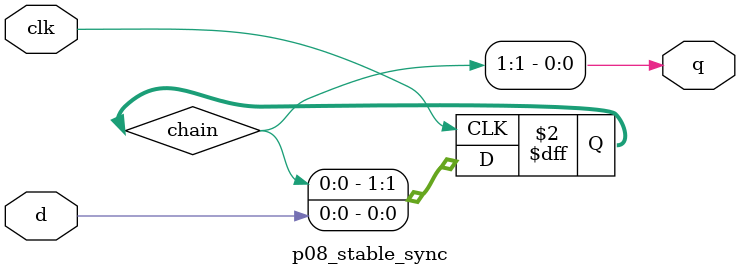
<source format=v>
`default_nettype none



module p08_top_raybox_zero_fsm(
`ifdef USE_POWER_PINS
    inout vdd,
    inout vss,
`endif

    input   wire            i_clk,            // Clock source signal.
    input   wire            i_reset,
    // input   wire            i_reset_alt,        // Alternate reset.

    //NOTE: zeros and ones are no longer needed because mux takes care of OEBs...
    // // Provides constant sources of '0' and '1' values that can be used for wiring up different
    // // combinations of constants as required inside a user_project_wrapper (where only wires are
    // // allowed, and no cells OR instantiation of contants).
    // // I'm not certain, but I think providing multiple (i.e. vectors) like this is a good idea
    // // so we can conveniently do index ranges, but *also* so we don't get fanout problems from
    // // single constant driver cells...?
    // output  wire    [12:0]  zeros,              // Represents 13 outputs.
    // output  wire    [23:0]  ones,               // Represents 24 inputs.

    // RAW VGA outputs:
    output  wire            o_hsync,          // 
    output  wire            o_vsync,          // 
    output  wire    [5:0]   o_rgb,            // BBGGRR

    // SPI controller for external texture memory:
    output  wire            o_tex_csb,        // /CS
    output  wire            o_tex_sclk,       // SCLK
    // SPI Quad IOs, including ports for different directions.
    //NOTE: We actually only switch io[0] (MOSI in single SPI mode) between OUTPUT and INPUT
    // when doing QSPI. The rest remain as inputs.
    output  wire            o_tex_oeb0,       // IO pad dir select. 0=output 1=input.
    output  wire            o_tex_out0,       // IO pad output path. Maps to SPI io[0] (typically MOSI).
    input   wire    [3:0]   i_tex_in,         // This includes i_tex_in[0] which is the above bi-dir IO pad's input path. Maps to SPI io[2:0]. io[3] as yet unused.

    // SPI peripheral 1: View vectors:
    input   wire            i_vec_csb,        // 
    input   wire            i_vec_sclk,       // 
    input   wire            i_vec_mosi,       // 

    // SPI peripheral 2: General registers:
    input   wire            i_reg_csb,        // 
    input   wire            i_reg_sclk,       // 
    input   wire            i_reg_mosi,       // 

    input   wire            i_debug_vec_overlay,
    input   wire            i_debug_map_overlay,
    input   wire            i_debug_trace_overlay,
    input   wire            i_reg_outs_enb,     // Should our main display outputs be registered (0) or direct (1)?
    // "Mode": Other stuff to control the design generally, e.g. demo mode.
    input   wire    [2:0]   i_mode,

    // Up to 3 "gpout"s, actual source selectable from many, by "i_gpout*_sel"...
    output  wire    [2:0]   o_gpout,
    // gpout selection is expected to be done via LA, if at all:
    input   wire    [3:0]   i_gpout0_sel,
    input   wire    [3:0]   i_gpout1_sel,
    input   wire    [3:0]   i_gpout2_sel
);

    // // These are for caravel to hard-wire OEBs; 37 are fixed dir, 1 is bidir (via o_tex_oeb0):
    // assign zeros    = {13{1'b0}};
    // assign ones     = {24{1'b1}};

    wire [3:0] gpout0_sel, gpout1_sel, gpout2_sel;
    // wire reset_alt;
`ifdef REG_LA_INS
    // These are registered versions of i_gpout*_sel (2 cycle delay):
    p08_stable_sync gpo0sel0R (i_clk, i_gpout0_sel[0], gpout0_sel[0]);
    p08_stable_sync gpo0sel1R (i_clk, i_gpout0_sel[1], gpout0_sel[1]);
    p08_stable_sync gpo0sel2R (i_clk, i_gpout0_sel[2], gpout0_sel[2]);
    p08_stable_sync gpo0sel3R (i_clk, i_gpout0_sel[3], gpout0_sel[3]);
    p08_stable_sync gpo1sel0R (i_clk, i_gpout1_sel[0], gpout1_sel[0]);
    p08_stable_sync gpo1sel1R (i_clk, i_gpout1_sel[1], gpout1_sel[1]);
    p08_stable_sync gpo1sel2R (i_clk, i_gpout1_sel[2], gpout1_sel[2]);
    p08_stable_sync gpo1sel3R (i_clk, i_gpout1_sel[3], gpout1_sel[3]);
    p08_stable_sync gpo2sel0R (i_clk, i_gpout2_sel[0], gpout2_sel[0]);
    p08_stable_sync gpo2sel1R (i_clk, i_gpout2_sel[1], gpout2_sel[1]);
    p08_stable_sync gpo2sel2R (i_clk, i_gpout2_sel[2], gpout2_sel[2]);
    p08_stable_sync gpo2sel3R (i_clk, i_gpout2_sel[3], gpout2_sel[3]);
    // // Registered version of i_reset_alt (2 cycle delay):
    // stable_sync reset_altR (i_clk, i_reset_alt, reset_alt);
`else
    // Use LA inputs directly:
    assign {gpout0_sel, gpout1_sel, gpout2_sel} =
        {i_gpout0_sel, i_gpout1_sel, i_gpout2_sel};
`endif

    // These are the raw combinatorial signals.
    wire [2:0]  unreg_gpout;
    wire        unreg_hsync;
    wire        unreg_vsync;
    wire [5:0]  unreg_rgb;

    // These are registered versions of the signals above; 1-clock delay.
    reg [1:0]   reg_gpout;  //NOTE: gpout2 is ALWAYS UNregistered.
    reg         reg_hsync;
    reg         reg_vsync;
    reg [5:0]   reg_rgb;
    always @(posedge i_clk) begin
        if (rbzero_reset) begin
            reg_gpout   <= 0;
            reg_hsync   <= 0;
            reg_vsync   <= 0;
            reg_rgb     <= 0;
        end else begin
            reg_gpout   <= unreg_gpout[1:0];    //NOTE: gpout2 is ALWAYS UNregistered.
            reg_hsync   <= unreg_hsync;
            reg_vsync   <= unreg_vsync;
            reg_rgb     <= unreg_rgb;
        end
    end

    // Decide whether we are presenting raw combinatorial signals or registered versions:
    assign {o_gpout, o_hsync, o_vsync, o_rgb} =
        (0==i_reg_outs_enb) ?   {unreg_gpout[2],   reg_gpout,        reg_hsync,   reg_vsync,   reg_rgb}:
                                {unreg_gpout[2], unreg_gpout[1:0], unreg_hsync, unreg_vsync, unreg_rgb};
    //NOTE: gpout2 always provides an UNregsitered output, for these reasons:
    // - Ability to compare with registered equivalents above.
    // - Direct access to clk.
    // - Direct access to rbzero_reset.

    wire rbzero_reset = i_reset; // | reset_alt;

    wire rbzero_clk = i_clk;

    //SMELL: 'generate' these 3 instead, since they're pretty consistent...
    p08_gpout_mux gpout0(
        //  Primary: HBLANK     Alt: hmax
        .sel(gpout0_sel), .gpout(unreg_gpout[0]), .primary(hblank), .alt(hmax),
            .clk(i_clk), .reset(rbzero_reset),
            .vec_csb(i_vec_csb),
            .reg_csb(i_reg_csb),
            .hpos(hpos), .vpos(vpos),
            .tex_oeb0(o_tex_oeb0), .tex_in(i_tex_in),
            .vinf(vinf)
    );
    p08_gpout_mux gpout1(
        //  Primary: VBLANK     Alt: vmax
        .sel(gpout1_sel), .gpout(unreg_gpout[1]), .primary(vblank), .alt(vmax),
            .clk(i_clk), .reset(rbzero_reset),
            .vec_csb(i_vec_csb),
            .reg_csb(i_reg_csb),
            .hpos(hpos), .vpos(vpos),
            .tex_oeb0(o_tex_oeb0), .tex_in(i_tex_in),
            .vinf(vinf)
    );
    //NOTE: gpout2 always provides an UNregsitered output, for these reasons:
    // - Ability to compare with registered equivalents above.
    // - Direct access to clk.
    // - Direct access to rbzero_reset.
    p08_gpout_mux gpout2(
        //  Primary: rbzero_reset    Alt: i_clk
        .sel(gpout2_sel), .gpout(unreg_gpout[2]), .primary(rbzero_reset), .alt(i_clk),
            .clk(i_clk), .reset(rbzero_reset),
            .vec_csb(i_vec_csb),
            .reg_csb(i_reg_csb),
            .hpos(hpos), .vpos(vpos),
            .tex_oeb0(o_tex_oeb0), .tex_in(i_tex_in),
            .vinf(vinf)
    );

    wire [5:0] rbzero_rgb_out;
    assign unreg_rgb = {
        rbzero_rgb_out[5:4],  // Blue
        rbzero_rgb_out[3:2],  // Green
        rbzero_rgb_out[1:0]   // Red
    };

    wire hblank, vblank, hmax, vmax;
    wire [9:0] hpos, vpos;
    wire vinf;

    p08_rbzero rbzero(
        .clk        (rbzero_clk),
        .reset      (rbzero_reset),
        // SPI peripheral interface for updating vectors:
        .i_ss_n     (i_vec_csb),
        .i_sclk     (i_vec_sclk),
        .i_mosi     (i_vec_mosi),
        // SPI peripheral interface for everything else:
        .i_reg_ss_n (i_reg_csb),
        .i_reg_sclk (i_reg_sclk),
        .i_reg_mosi (i_reg_mosi),
        // SPI controller interface for reading SPI flash memory (i.e. textures):
        .o_tex_csb  (o_tex_csb),
        .o_tex_sclk (o_tex_sclk),
        .o_tex_out0 (o_tex_out0),
        .o_tex_oeb0 (o_tex_oeb0),
        .i_tex_in   (i_tex_in), //NOTE: io[3] is unused, currently.
        // Debug/demo signals:
        .i_debug_v  (i_debug_vec_overlay),
        .i_debug_m  (i_debug_map_overlay),
        .i_debug_t  (i_debug_trace_overlay),
        .i_inc_px   (i_mode[0]),
        .i_inc_py   (i_mode[1]),
        .i_gen_tex  (i_mode[2]), // 1=Use bitwise-generated textures instead of SPI texture memory.
        .o_vinf     (vinf),
        .o_hmax     (hmax),
        .o_vmax     (vmax),
        // VGA outputs:
        .hsync_n    (unreg_hsync),
        .vsync_n    (unreg_vsync),
        .rgb        (rbzero_rgb_out),
        .o_hblank   (hblank),
        .o_vblank   (vblank),
        .hpos       (hpos),
        .vpos       (vpos)
    );
    
endmodule


module p08_gpout_mux(
    input   wire            clk,        // Used for the clk OUTPUT options.
    input   wire            reset,      // Used to clear the clk divider register.
    input   wire    [3:0]   sel,        // Which of 16 inputs is the one we'll output via gpout?
    output  reg             gpout,      // The actual selected output.
    input   wire            primary,    // If sel==0, this is what gets sent to gpout.
    input   wire            alt,        // If sel==1, this is an alternate sent to gpout.
    // All the rest are consistent between instances...
    input   wire            vec_csb,
    input   wire            reg_csb,
    input   wire            tex_oeb0,
    input   wire    [3:0]   tex_in,
    input   wire    [9:0]   hpos,
    input   wire    [9:0]   vpos,
    input   wire            vinf
);

    reg [1:0] clk_div;
    always @(posedge clk) clk_div <= (reset) ? 0 : clk_div+1'b1;

    // Note that this works because gpout is defined as 'reg', but with
    // no edge sensitivity it synthesises automatically to combo logic (a mux)
    // rather than a true register.
    // See: https://electronics.stackexchange.com/a/240014
    always @*
        case (sel)
            4'd00:  gpout = primary;
            4'd01:  gpout = alt;
            4'd02:  gpout = vinf;
            4'd03:  gpout = clk_div[1]; // clk/4
            4'd04:  gpout = hpos[0];
            4'd05:  gpout = hpos[1];
            4'd06:  gpout = hpos[8];
            4'd07:  gpout = hpos[9];
            4'd08:  gpout = vpos[0];
            4'd09:  gpout = vpos[1];
            4'd10:  gpout = vpos[8];
            4'd11:  gpout = vpos[9];
            4'd12:  gpout = tex_oeb0;
            4'd13:  gpout = tex_in[0];
            4'd14:  gpout = vec_csb;
            4'd15:  gpout = reg_csb;
        endcase
endmodule

// Metastability avoidance; chained DFFs:
module p08_stable_sync #(
  parameter DEPTH=2
) (
  input clk,
  input d,
  output q
);
  reg [DEPTH-1:0] chain;
  assign q = chain[DEPTH-1];
  always @(posedge clk) chain[DEPTH-1:0] <= {chain[DEPTH-2:0],d};
endmodule

</source>
